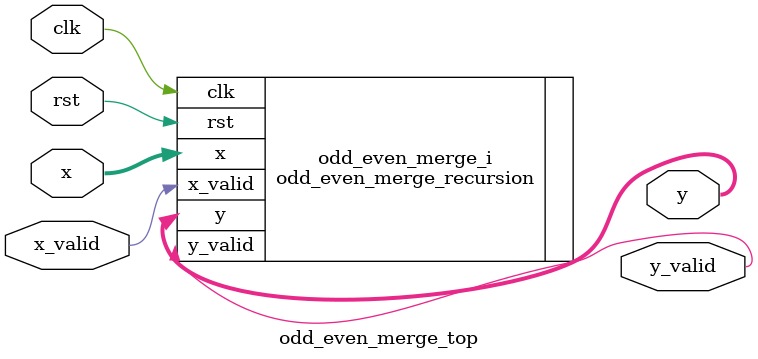
<source format=v>
`timescale 1ns / 1ns
module odd_even_merge_top #
(
    parameter LOG_INPUT = 3, 
    parameter DATA_WIDTH = 32,
    parameter SIGNED = 0,
    parameter ASCENDING = 1

)
(
    input clk, rst, x_valid,
    input [DATA_WIDTH*(2**LOG_INPUT)-1 : 0] x,
    output [DATA_WIDTH*(2**LOG_INPUT)-1 : 0] y,
    output y_valid
);

odd_even_merge_recursion # 
(
    .LOG_INPUT(LOG_INPUT),
    .DATA_WIDTH(DATA_WIDTH),
    .SIGNED(SIGNED),
    .ASCENDING(ASCENDING)
)
odd_even_merge_i
(
    .clk(clk),
    .rst(rst),
    .x_valid(x_valid),
    .x(x),
    .y(y),
    .y_valid(y_valid)
);


endmodule


</source>
